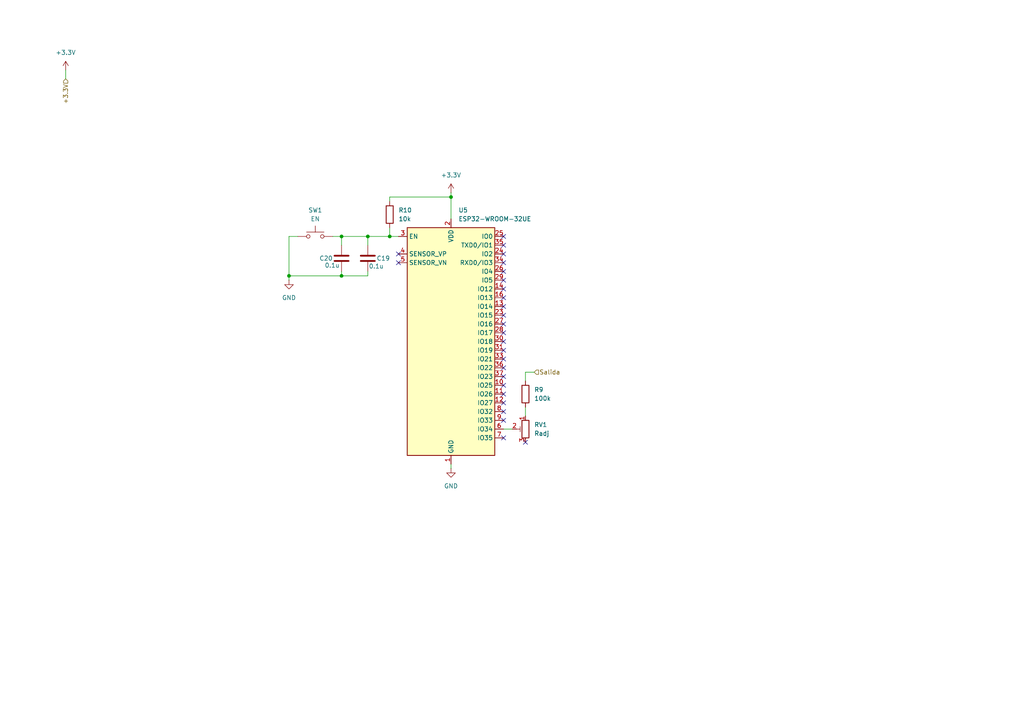
<source format=kicad_sch>
(kicad_sch (version 20250114) (generator "eeschema") (generator_version "9.0")
  (paper "A4")
  (lib_symbols
    (symbol "Device:C" (pin_numbers (hide yes)) (pin_names (offset 0.254))
      (property "Reference" "C" (at 0.635 2.54 0))
      (property "Value" "C" (at 0.635 -2.54 0))
      (symbol "C_0_1"
        (polyline (pts (xy -2.032 0.762) (xy 2.032 0.762)) (stroke (width 0.508)))
        (polyline (pts (xy -2.032 -0.762) (xy 2.032 -0.762)) (stroke (width 0.508)))
      )
      (symbol "C_1_1"
        (pin passive line (at 0 3.81 270) (length 2.794) (name "~") (number "1"))
        (pin passive line (at 0 -3.81 90) (length 2.794) (name "~") (number "2"))
      )
    )
    (symbol "Device:R" (pin_numbers (hide yes)) (pin_names (offset 0))
      (property "Reference" "R" (at 2.032 0 90))
      (property "Value" "R" (at 0 0 90))
      (symbol "R_0_1"
        (rectangle (start -1.016 -2.54) (end 1.016 2.54) (stroke (width 0.254)))
      )
      (symbol "R_1_1"
        (pin passive line (at 0 3.81 270) (length 1.27) (name "~") (number "1"))
        (pin passive line (at 0 -3.81 90) (length 1.27) (name "~") (number "2"))
      )
    )
    (symbol "Device:R_Potentiometer_Trim" (pin_names (offset 1.016) (hide yes))
      (property "Reference" "RV" (at -4.445 0 90))
      (property "Value" "R_Potentiometer_Trim" (at -2.54 0 90))
      (symbol "R_Potentiometer_Trim_0_1"
        (rectangle (start 1.016 2.54) (end -1.016 -2.54) (stroke (width 0.254)))
        (polyline (pts (xy 1.524 0.762) (xy 1.524 -0.762)))
        (polyline (pts (xy 2.54 0) (xy 1.524 0)))
      )
      (symbol "R_Potentiometer_Trim_1_1"
        (pin passive line (at 0 3.81 270) (length 1.27) (name "1") (number "1"))
        (pin passive line (at 0 -3.81 90) (length 1.27) (name "3") (number "3"))
        (pin passive line (at 3.81 0 180) (length 1.27) (name "2") (number "2"))
      )
    )
    (symbol "RF_Module:ESP32-WROOM-32UE"
      (property "Reference" "U" (at -12.7 34.29 0))
      (property "Value" "ESP32-WROOM-32UE" (at 1.27 34.29 0))
      (symbol "ESP32-WROOM-32UE_0_1"
        (rectangle (start -12.7 33.02) (end 12.7 -33.02) (stroke (width 0.254)) (fill (type background)))
      )
      (symbol "ESP32-WROOM-32UE_1_1"
        (pin input line (at -15.24 30.48 0) (length 2.54) (name "EN") (number "3"))
        (pin input line (at -15.24 25.4 0) (length 2.54) (name "SENSOR_VP") (number "4"))
        (pin input line (at -15.24 22.86 0) (length 2.54) (name "SENSOR_VN") (number "5"))
        (pin no_connect line (at -12.7 0 0) (length 2.54) (hide yes) (name "NC") (number "21"))
        (pin no_connect line (at -12.7 -2.54 0) (length 2.54) (hide yes) (name "NC") (number "22"))
        (pin no_connect line (at -12.7 -5.08 0) (length 2.54) (hide yes) (name "NC") (number "17"))
        (pin no_connect line (at -12.7 -7.62 0) (length 2.54) (hide yes) (name "NC") (number "18"))
        (pin no_connect line (at -12.7 -10.16 0) (length 2.54) (hide yes) (name "NC") (number "20"))
        (pin no_connect line (at -12.7 -12.7 0) (length 2.54) (hide yes) (name "NC") (number "19"))
        (pin no_connect line (at -12.7 -27.94 0) (length 2.54) (hide yes) (name "NC") (number "32"))
        (pin power_in line (at 0 35.56 270) (length 2.54) (name "VDD") (number "2"))
        (pin power_in line (at 0 -35.56 90) (length 2.54) (name "GND") (number "1"))
        (pin passive line (at 0 -35.56 90) (length 2.54) (hide yes) (name "GND") (number "15"))
        (pin passive line (at 0 -35.56 90) (length 2.54) (hide yes) (name "GND") (number "38"))
        (pin passive line (at 0 -35.56 90) (length 2.54) (hide yes) (name "GND") (number "39"))
        (pin bidirectional line (at 15.24 30.48 180) (length 2.54) (name "IO0") (number "25"))
        (pin bidirectional line (at 15.24 27.94 180) (length 2.54) (name "TXD0/IO1") (number "35"))
        (pin bidirectional line (at 15.24 25.4 180) (length 2.54) (name "IO2") (number "24"))
        (pin bidirectional line (at 15.24 22.86 180) (length 2.54) (name "RXD0/IO3") (number "34"))
        (pin bidirectional line (at 15.24 20.32 180) (length 2.54) (name "IO4") (number "26"))
        (pin bidirectional line (at 15.24 17.78 180) (length 2.54) (name "IO5") (number "29"))
        (pin bidirectional line (at 15.24 15.24 180) (length 2.54) (name "IO12") (number "14"))
        (pin bidirectional line (at 15.24 12.7 180) (length 2.54) (name "IO13") (number "16"))
        (pin bidirectional line (at 15.24 10.16 180) (length 2.54) (name "IO14") (number "13"))
        (pin bidirectional line (at 15.24 7.62 180) (length 2.54) (name "IO15") (number "23"))
        (pin bidirectional line (at 15.24 5.08 180) (length 2.54) (name "IO16") (number "27"))
        (pin bidirectional line (at 15.24 2.54 180) (length 2.54) (name "IO17") (number "28"))
        (pin bidirectional line (at 15.24 0 180) (length 2.54) (name "IO18") (number "30"))
        (pin bidirectional line (at 15.24 -2.54 180) (length 2.54) (name "IO19") (number "31"))
        (pin bidirectional line (at 15.24 -5.08 180) (length 2.54) (name "IO21") (number "33"))
        (pin bidirectional line (at 15.24 -7.62 180) (length 2.54) (name "IO22") (number "36"))
        (pin bidirectional line (at 15.24 -10.16 180) (length 2.54) (name "IO23") (number "37"))
        (pin bidirectional line (at 15.24 -12.7 180) (length 2.54) (name "IO25") (number "10"))
        (pin bidirectional line (at 15.24 -15.24 180) (length 2.54) (name "IO26") (number "11"))
        (pin bidirectional line (at 15.24 -17.78 180) (length 2.54) (name "IO27") (number "12"))
        (pin bidirectional line (at 15.24 -20.32 180) (length 2.54) (name "IO32") (number "8"))
        (pin bidirectional line (at 15.24 -22.86 180) (length 2.54) (name "IO33") (number "9"))
        (pin input line (at 15.24 -25.4 180) (length 2.54) (name "IO34") (number "6"))
        (pin input line (at 15.24 -27.94 180) (length 2.54) (name "IO35") (number "7"))
      )
    )
    (symbol "Switch:SW_Push" (pin_numbers (hide yes)) (pin_names (offset 1.016) (hide yes))
      (property "Reference" "SW" (at 1.27 2.54 0))
      (property "Value" "SW_Push" (at 0 -1.524 0))
      (symbol "SW_Push_0_1"
        (circle (center -2.032 0) (radius 0.508))
        (polyline (pts (xy 0 1.27) (xy 0 3.048)))
        (circle (center 2.032 0) (radius 0.508))
        (polyline (pts (xy 2.54 1.27) (xy -2.54 1.27)))
        (pin passive line (at -5.08 0 0) (length 2.54) (name "1") (number "1"))
        (pin passive line (at 5.08 0 180) (length 2.54) (name "2") (number "2"))
      )
    )
    (symbol "power:+3.3V" (power) (pin_numbers (hide yes)) (pin_names (offset 0) (hide yes))
      (property "Value" "+3.3V" (at 0 3.556 0))
      (symbol "+3.3V_0_1"
        (polyline (pts (xy -0.762 1.27) (xy 0 2.54)))
        (polyline (pts (xy 0 2.54) (xy 0.762 1.27)))
        (polyline (pts (xy 0 0) (xy 0 2.54)))
      )
      (symbol "+3.3V_1_1"
        (pin power_in line (at 0 0 90) (length 0) (name "~") (number "1"))
      )
    )
    (symbol "power:GND" (power) (pin_numbers (hide yes)) (pin_names (offset 0) (hide yes))
      (property "Value" "GND" (at 0 -3.81 0))
      (symbol "GND_0_1"
        (polyline (pts (xy 0 0) (xy 0 -1.27) (xy 1.27 -1.27) (xy 0 -2.54) (xy -1.27 -1.27) (xy 0 -1.27)))
      )
      (symbol "GND_1_1"
        (pin power_in line (at 0 0 270) (length 0) (name "~") (number "1"))
      )
    )
  )
  (junction (at 99.06 80.01))
  (junction (at 106.68 68.58))
  (junction (at 130.81 57.15))
  (junction (at 99.06 68.58))
  (junction (at 113.03 68.58))
  (junction (at 83.82 80.01))
  (no_connect (at 146.05 93.98))
  (no_connect (at 146.05 86.36))
  (no_connect (at 146.05 127))
  (no_connect (at 115.57 73.66))
  (no_connect (at 146.05 68.58))
  (no_connect (at 146.05 71.12))
  (no_connect (at 146.05 99.06))
  (no_connect (at 146.05 91.44))
  (no_connect (at 146.05 88.9))
  (no_connect (at 146.05 111.76))
  (no_connect (at 146.05 76.2))
  (no_connect (at 146.05 104.14))
  (no_connect (at 152.4 128.27))
  (no_connect (at 146.05 78.74))
  (no_connect (at 146.05 73.66))
  (no_connect (at 146.05 81.28))
  (no_connect (at 146.05 96.52))
  (no_connect (at 115.57 76.2))
  (no_connect (at 146.05 114.3))
  (no_connect (at 146.05 121.92))
  (no_connect (at 146.05 83.82))
  (no_connect (at 146.05 109.22))
  (no_connect (at 146.05 119.38))
  (no_connect (at 146.05 116.84))
  (no_connect (at 146.05 106.68))
  (no_connect (at 146.05 101.6))
  (wire (pts (xy 106.68 68.58) (xy 113.03 68.58)))
  (wire (pts (xy 99.06 68.58) (xy 99.06 71.12)))
  (wire (pts (xy 113.03 57.15) (xy 130.81 57.15)))
  (wire (pts (xy 19.05 20.32) (xy 19.05 22.86)))
  (wire (pts (xy 83.82 68.58) (xy 83.82 80.01)))
  (wire (pts (xy 154.94 107.95) (xy 152.4 107.95)))
  (wire (pts (xy 130.81 57.15) (xy 130.81 63.5)))
  (wire (pts (xy 99.06 68.58) (xy 106.68 68.58)))
  (wire (pts (xy 99.06 78.74) (xy 99.06 80.01)))
  (wire (pts (xy 83.82 68.58) (xy 86.36 68.58)))
  (wire (pts (xy 130.81 134.62) (xy 130.81 135.89)))
  (wire (pts (xy 83.82 80.01) (xy 83.82 81.28)))
  (wire (pts (xy 99.06 80.01) (xy 83.82 80.01)))
  (wire (pts (xy 146.05 124.46) (xy 148.59 124.46)))
  (wire (pts (xy 152.4 107.95) (xy 152.4 110.49)))
  (wire (pts (xy 106.68 80.01) (xy 99.06 80.01)))
  (wire (pts (xy 106.68 78.74) (xy 106.68 80.01)))
  (wire (pts (xy 152.4 118.11) (xy 152.4 120.65)))
  (wire (pts (xy 130.81 55.88) (xy 130.81 57.15)))
  (wire (pts (xy 113.03 66.04) (xy 113.03 68.58)))
  (wire (pts (xy 113.03 58.42) (xy 113.03 57.15)))
  (wire (pts (xy 96.52 68.58) (xy 99.06 68.58)))
  (wire (pts (xy 113.03 68.58) (xy 115.57 68.58)))
  (wire (pts (xy 106.68 68.58) (xy 106.68 71.12)))
  (hierarchical_label "+3.3V" (shape input) (at 19.05 22.86 270))
  (hierarchical_label "Salida" (shape input) (at 154.94 107.95 0))
  (symbol (lib_id "power:GND") (at 130.81 135.89 0) (unit 1)
    (property "Reference" "#PWR017" (effects (hide yes)))
    (property "Value" "GND" (at 130.81 140.97 0))
    (property "Description" "Power symbol creates a global label with name \"GND\" , ground" (effects (hide yes)))
  )
  (symbol (lib_id "Device:C") (at 106.68 74.93 0) (unit 1)
    (property "Reference" "C19" (at 109.22 74.93 0) (effects (justify left)))
    (property "Value" "0.1u" (at 106.934 77.216 0) (effects (justify left)))
    (property "Footprint" "Capacitor_SMD:C_0201_0603Metric" (effects (hide yes)))
    (property "Description" "Unpolarized capacitor" (effects (hide yes)))
  )
  (symbol (lib_id "Device:C") (at 99.06 74.93 0) (mirror y) (unit 1)
    (property "Reference" "C20" (at 96.52 74.93 0) (effects (justify left)))
    (property "Value" "0.1u" (at 98.552 76.962 0) (effects (justify left)))
    (property "Footprint" "Capacitor_SMD:C_0201_0603Metric" (effects (hide yes)))
    (property "Description" "Unpolarized capacitor" (effects (hide yes)))
  )
  (symbol (lib_id "Device:R") (at 152.4 114.3 0) (unit 1)
    (property "Reference" "R9" (at 154.94 113.0299 0) (effects (justify left)))
    (property "Value" "100k" (at 154.94 115.5699 0) (effects (justify left)))
    (property "Footprint" "Resistor_SMD:R_0201_0603Metric" (effects (hide yes)))
    (property "Description" "Resistor" (effects (hide yes)))
  )
  (symbol (lib_id "power:+3.3V") (at 130.81 55.88 0) (unit 1)
    (property "Reference" "#PWR026" (effects (hide yes)))
    (property "Value" "+3.3V" (at 130.81 50.8 0))
    (property "Description" "Power symbol creates a global label with name \"+3.3V\"" (effects (hide yes)))
  )
  (symbol (lib_id "RF_Module:ESP32-WROOM-32UE") (at 130.81 99.06 0) (unit 1)
    (property "Reference" "U5" (at 132.9533 60.96 0) (effects (justify left)))
    (property "Value" "ESP32-WROOM-32UE" (at 132.9533 63.5 0) (effects (justify left)))
    (property "Footprint" "RF_Module:ESP32-WROOM-32UE" (effects (hide yes)))
    (property "Datasheet" "https://www.espressif.com/sites/default/files/documentation/esp32-wroom-32e_esp32-wroom-32ue_datasheet_en.pdf" (effects (hide yes)))
    (property "Description" "RF Module, ESP32-D0WD-V3 SoC, without PSRAM, Wi-Fi 802.11b/g/n, Bluetooth, BLE, 32-bit, 2.7-3.6V, external antenna, SMD" (effects (hide yes)))
  )
  (symbol (lib_id "power:+3.3V") (at 19.05 20.32 0) (unit 1)
    (property "Reference" "#PWR018" (effects (hide yes)))
    (property "Value" "+3.3V" (at 19.05 15.24 0))
    (property "Description" "Power symbol creates a global label with name \"+3.3V\"" (effects (hide yes)))
  )
  (symbol (lib_id "Switch:SW_Push") (at 91.44 68.58 0) (unit 1)
    (property "Reference" "SW1" (at 91.44 60.96 0))
    (property "Value" "EN" (at 91.44 63.5 0))
    (property "Footprint" "Button_Switch_SMD:SW_SPST_B3U-1000P-B" (effects (hide yes)))
    (property "Description" "Push button switch, generic, two pins" (effects (hide yes)))
  )
  (symbol (lib_id "Device:R_Potentiometer_Trim") (at 152.4 124.46 0) (mirror y) (unit 1)
    (property "Reference" "RV1" (at 154.94 123.1899 0) (effects (justify right)))
    (property "Value" "Radj" (at 154.94 125.7299 0) (effects (justify right)))
    (property "Footprint" "footprints:3313J1102E" (effects (hide yes)))
    (property "Description" "Trim-potentiometer" (effects (hide yes)))
  )
  (symbol (lib_id "power:GND") (at 83.82 81.28 0) (unit 1)
    (property "Reference" "#PWR027" (effects (hide yes)))
    (property "Value" "GND" (at 83.82 86.36 0))
    (property "Description" "Power symbol creates a global label with name \"GND\" , ground" (effects (hide yes)))
  )
  (symbol (lib_id "Device:R") (at 113.03 62.23 0) (unit 1)
    (property "Reference" "R10" (at 115.57 60.9599 0) (effects (justify left)))
    (property "Value" "10k" (at 115.57 63.4999 0) (effects (justify left)))
    (property "Footprint" "Resistor_SMD:R_0201_0603Metric" (effects (hide yes)))
    (property "Description" "Resistor" (effects (hide yes)))
  )
)
</source>
